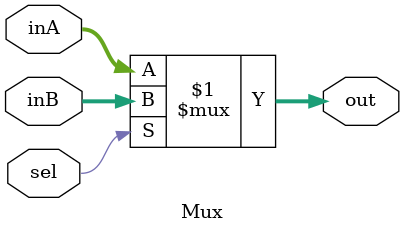
<source format=v>
`timescale 1ns / 1ps


module Mux(
    input [11:0] inA,
    input [11:0] inB,
    input sel,
    output [11:0] out
    );
    
    assign out = (sel) ? inB : inA;
    
endmodule

</source>
